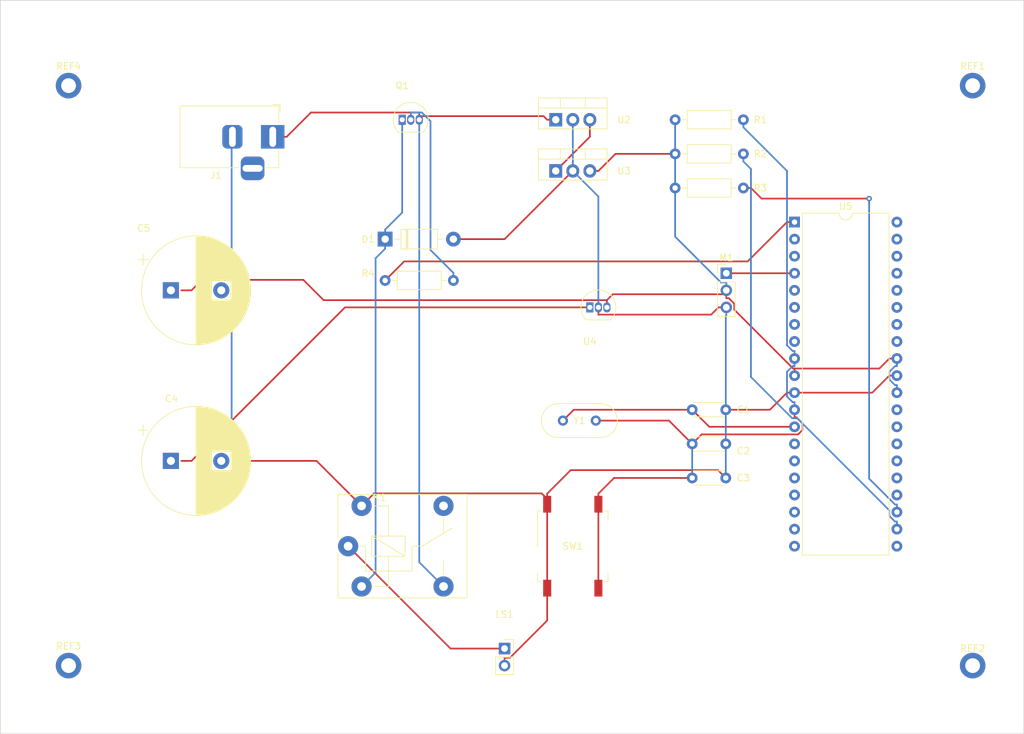
<source format=kicad_pcb>
(kicad_pcb (version 20211014) (generator pcbnew)
  (layers (0 "F.Cu" signal) (31 "B.Cu" signal) (34 "B.Paste" user) (35 "F.Paste" user) (36 "B.SilkS" user "B.Silkscreen") (37 "F.SilkS" user "F.Silkscreen") (38 "B.Mask" user) (39 "F.Mask" user) (44 "Edge.Cuts" user))
  (net 0 "")
  (net 1 "Net-(C1-Pad1)")
  (net 2 "/Atmega32/GND")
  (net 3 "Net-(C2-Pad1)")
  (net 4 "/Power Supply/3.3V")
  (net 5 "/Atmega32/5V")
  (net 6 "Net-(D1-Pad1)")
  (net 7 "/Power Supply/12V")
  (net 8 "Net-(LS1-Pad1)")
  (net 10 "/Atmega32/B3")
  (net 11 "Net-(Q1-Pad2)")
  (net 12 "/Atmega32/SCL")
  (net 13 "/Atmega32/SDA")
  (net 14 "/Atmega32/B0")
  (net 15 "Net-(U2-Pad3)")
  (net 16 "/Atmega32/CE")
  (net 17 "/Atmega32/IRQ")
  (net 18 "/Atmega32/CSN")
  (net 19 "/Atmega32/MOSI")
  (net 20 "/Atmega32/MISO")
  (net 21 "/Atmega32/SCK")
  (net 22 "/Atmega32/Rx")
  (net 23 "/Atmega32/Tx")
  (net 26 "/Atmega32/D4")
  (net 27 "/Atmega32/D5")
  (net 28 "/Atmega32/D6")
  (net 31 "/Atmega32/C3")
  (net 32 "/Atmega32/C4")
  (net 33 "/Atmega32/C5")
  (net 34 "/Atmega32/C6")
  (net 35 "/Atmega32/C7")
  (net 36 "/Atmega32/A7")
  (net 37 "/Atmega32/A6")
  (net 38 "/Atmega32/A5")
  (net 39 "/Atmega32/A4")
  (net 40 "/Atmega32/A3")
  (net 41 "/Atmega32/A2")
  (net 42 "/Atmega32/A1")
  (net 43 "/Atmega32/A0")
  (footprint "Package_TO_SOT_THT:TO-92_Inline" (layer "F.Cu") (at 138.58 86.36)
    (fp_text reference "U4" (at 0 5.08) (layer "F.SilkS"))
    (fp_text value "L78L33_TO92")
    (pad "1" thru_hole rect (at 0 0) (size 1.05 1.5) (drill 0.75) (layers *.Cu *.Mask) (net 4 "/Power Supply/3.3V"))
    (pad "2" thru_hole oval (at 1.27 0) (size 1.05 1.5) (drill 0.75) (layers *.Cu *.Mask) (net 2 "/Atmega32/GND"))
    (pad "3" thru_hole oval (at 2.54 0) (size 1.05 1.5) (drill 0.75) (layers *.Cu *.Mask) (net 5 "/Atmega32/5V"))
  )
  (footprint "MountingHole:MountingHole_2.2mm_M2_ISO14580_Pad" (layer "F.Cu") (at 195.58 53.34)
    (fp_text reference "REF1" (at 0 -2.9) (layer "F.SilkS"))
    (fp_text value "M1")
    (pad "1" thru_hole circle (at 0 0) (size 3.8 3.8) (drill 2.2) (layers *.Cu *.Mask))
  )
  (footprint "Capacitor_THT:CP_Radial_D16.0mm_P7.50mm" (layer "F.Cu") (at 76.2 83.82)
    (fp_text reference "C5" (at -4.07 -9.25) (layer "F.SilkS"))
    (fp_text value "470uF")
    (pad "1" thru_hole rect (at 0 0) (size 2.4 2.4) (drill 1.2) (layers *.Cu *.Mask) (net 5 "/Atmega32/5V"))
    (pad "2" thru_hole circle (at 7.5 0) (size 2.4 2.4) (drill 1.2) (layers *.Cu *.Mask) (net 2 "/Atmega32/GND"))
  )
  (footprint "MountingHole:MountingHole_2.2mm_M2_ISO14580_Pad" (layer "F.Cu") (at 195.58 139.7)
    (fp_text reference "REF2" (at 0 -2.54) (layer "F.SilkS"))
    (fp_text value "M2")
    (pad "1" thru_hole circle (at 0 0) (size 3.8 3.8) (drill 2.2) (layers *.Cu *.Mask))
  )
  (footprint "Capacitor_THT:C_Disc_D4.3mm_W1.9mm_P5.00mm" (layer "F.Cu") (at 153.82 111.76)
    (fp_text reference "C3" (at 7.62 0) (layer "F.SilkS"))
    (fp_text value "10uF")
    (pad "1" thru_hole circle (at 0 0) (size 1.6 1.6) (drill 0.8) (layers *.Cu *.Mask) (net 3 "Net-(C2-Pad1)"))
    (pad "2" thru_hole circle (at 5 0) (size 1.6 1.6) (drill 0.8) (layers *.Cu *.Mask) (net 2 "/Atmega32/GND"))
  )
  (footprint "Capacitor_THT:C_Disc_D4.3mm_W1.9mm_P5.00mm" (layer "F.Cu") (at 153.82 101.6)
    (fp_text reference "C1" (at 7.62 0) (layer "F.SilkS"))
    (fp_text value "22pF")
    (pad "1" thru_hole circle (at 0 0) (size 1.6 1.6) (drill 0.8) (layers *.Cu *.Mask) (net 1 "Net-(C1-Pad1)"))
    (pad "2" thru_hole circle (at 5 0) (size 1.6 1.6) (drill 0.8) (layers *.Cu *.Mask) (net 2 "/Atmega32/GND"))
  )
  (footprint "Relay_THT:Relay_SPDT_Finder_36.11" (layer "F.Cu") (at 102.59 121.92)
    (fp_text reference "K1" (at 4.663913 -7.234807) (layer "F.SilkS"))
    (fp_text value "Relay")
    (pad "11" thru_hole circle (at 0 0) (size 3 3) (drill 1.3) (layers *.Cu *.Mask) (net 8 "Net-(LS1-Pad1)"))
    (pad "12" thru_hole circle (at 14.2 -6) (size 3 3) (drill 1.3) (layers *.Cu *.Mask))
    (pad "14" thru_hole circle (at 14.2 6) (size 3 3) (drill 1.3) (layers *.Cu *.Mask) (net 7 "/Power Supply/12V"))
    (pad "A1" thru_hole circle (at 2 6) (size 3 3) (drill 1.3) (layers *.Cu *.Mask) (net 6 "Net-(D1-Pad1)"))
    (pad "A2" thru_hole circle (at 2 -6) (size 3 3) (drill 1.3) (layers *.Cu *.Mask) (net 2 "/Atmega32/GND"))
  )
  (footprint "Resistor_THT:R_Axial_DIN0207_L6.3mm_D2.5mm_P10.16mm_Horizontal" (layer "F.Cu") (at 151.28 58.42)
    (fp_text reference "R1" (at 12.7 0) (layer "F.SilkS"))
    (fp_text value "10k")
    (pad "1" thru_hole circle (at 0 0) (size 1.6 1.6) (drill 0.8) (layers *.Cu *.Mask) (net 5 "/Atmega32/5V"))
    (pad "2" thru_hole oval (at 10.16 0) (size 1.6 1.6) (drill 0.8) (layers *.Cu *.Mask) (net 3 "Net-(C2-Pad1)"))
  )
  (footprint "Connector_BarrelJack:BarrelJack_Horizontal" (layer "F.Cu") (at 91.36 60.96)
    (fp_text reference "J1" (at -8.45 5.75) (layer "F.SilkS"))
    (fp_text value "Barrel_Jack")
    (pad "1" thru_hole rect (at 0 0) (size 3.5 3.5) (drill oval 1 3) (layers *.Cu *.Mask) (net 7 "/Power Supply/12V"))
    (pad "2" thru_hole roundrect (at -6 0) (size 3 3.5) (drill oval 1 3) (layers *.Cu *.Mask) (net 2 "/Atmega32/GND"))
    (pad "3" thru_hole roundrect (at -3 4.7) (size 3.5 3.5) (drill oval 3 1) (layers *.Cu *.Mask))
  )
  (footprint "Crystal:Crystal_HC18-U_Vertical" (layer "F.Cu") (at 134.57 103.22)
    (fp_text reference "Y1" (at 2.45 0) (layer "F.SilkS"))
    (fp_text value "Crystal")
    (pad "1" thru_hole circle (at 0 0) (size 1.5 1.5) (drill 0.8) (layers *.Cu *.Mask) (net 1 "Net-(C1-Pad1)"))
    (pad "2" thru_hole circle (at 4.9 0) (size 1.5 1.5) (drill 0.8) (layers *.Cu *.Mask) (net 3 "Net-(C2-Pad1)"))
  )
  (footprint "Button_Switch_SMD:SW_MEC_5GSH9" (layer "F.Cu") (at 136.04 121.92)
    (fp_text reference "SW1" (at 0 0 180) (layer "F.SilkS"))
    (fp_text value "Reset Button")
    (pad "1" smd rect (at -3.81 -6.25 90) (size 2.5 1.2) (layers "F.Cu" "F.Paste" "F.Mask") (net 2 "/Atmega32/GND"))
    (pad "2" smd rect (at -3.81 6.25 90) (size 2.5 1.2) (layers "F.Cu" "F.Paste" "F.Mask") (net 2 "/Atmega32/GND"))
    (pad "3" smd rect (at 3.81 -6.25 90) (size 2.5 1.2) (layers "F.Cu" "F.Paste" "F.Mask") (net 3 "Net-(C2-Pad1)"))
    (pad "4" smd rect (at 3.81 6.25 90) (size 2.5 1.2) (layers "F.Cu" "F.Paste" "F.Mask") (net 3 "Net-(C2-Pad1)"))
  )
  (footprint "Resistor_THT:R_Axial_DIN0207_L6.3mm_D2.5mm_P10.16mm_Horizontal" (layer "F.Cu") (at 151.28 63.5)
    (fp_text reference "R2" (at 12.7 0) (layer "F.SilkS"))
    (fp_text value "4.7k")
    (pad "1" thru_hole circle (at 0 0) (size 1.6 1.6) (drill 0.8) (layers *.Cu *.Mask) (net 5 "/Atmega32/5V"))
    (pad "2" thru_hole oval (at 10.16 0) (size 1.6 1.6) (drill 0.8) (layers *.Cu *.Mask) (net 12 "/Atmega32/SCL"))
  )
  (footprint "Package_TO_SOT_THT:TO-220-3_Vertical" (layer "F.Cu") (at 133.5 58.42)
    (fp_text reference "U2" (at 10.16 0) (layer "F.SilkS"))
    (fp_text value "L7809")
    (pad "1" thru_hole rect (at 0 0) (size 1.905 2) (drill 1.1) (layers *.Cu *.Mask) (net 7 "/Power Supply/12V"))
    (pad "2" thru_hole oval (at 2.54 0) (size 1.905 2) (drill 1.1) (layers *.Cu *.Mask) (net 2 "/Atmega32/GND"))
    (pad "3" thru_hole oval (at 5.08 0) (size 1.905 2) (drill 1.1) (layers *.Cu *.Mask) (net 15 "Net-(U2-Pad3)"))
  )
  (footprint "MountingHole:MountingHole_2.2mm_M2_ISO14580_Pad" (layer "F.Cu") (at 60.96 139.7)
    (fp_text reference "REF3" (at 0 -2.9) (layer "F.SilkS"))
    (fp_text value "M3")
    (pad "1" thru_hole circle (at 0 0) (size 3.8 3.8) (drill 2.2) (layers *.Cu *.Mask))
  )
  (footprint "Capacitor_THT:C_Disc_D4.3mm_W1.9mm_P5.00mm" (layer "F.Cu") (at 153.82 106.68)
    (fp_text reference "C2" (at 7.62 1.07) (layer "F.SilkS"))
    (fp_text value "22pF")
    (pad "1" thru_hole circle (at 0 0) (size 1.6 1.6) (drill 0.8) (layers *.Cu *.Mask) (net 3 "Net-(C2-Pad1)"))
    (pad "2" thru_hole circle (at 5 0) (size 1.6 1.6) (drill 0.8) (layers *.Cu *.Mask) (net 2 "/Atmega32/GND"))
  )
  (footprint "Resistor_THT:R_Axial_DIN0207_L6.3mm_D2.5mm_P10.16mm_Horizontal" (layer "F.Cu") (at 108.1 82.35)
    (fp_text reference "R4" (at -2.54 -1.07) (layer "F.SilkS"))
    (fp_text value "100k")
    (pad "1" thru_hole circle (at 0 0) (size 1.6 1.6) (drill 0.8) (layers *.Cu *.Mask) (net 14 "/Atmega32/B0"))
    (pad "2" thru_hole oval (at 10.16 0) (size 1.6 1.6) (drill 0.8) (layers *.Cu *.Mask) (net 11 "Net-(Q1-Pad2)"))
  )
  (footprint "Capacitor_THT:CP_Radial_D16.0mm_P7.50mm" (layer "F.Cu") (at 76.2 109.22)
    (fp_text reference "C4" (at 0.09 -9.25) (layer "F.SilkS"))
    (fp_text value "470uF")
    (pad "1" thru_hole rect (at 0 0) (size 2.4 2.4) (drill 1.2) (layers *.Cu *.Mask) (net 4 "/Power Supply/3.3V"))
    (pad "2" thru_hole circle (at 7.5 0) (size 2.4 2.4) (drill 1.2) (layers *.Cu *.Mask) (net 2 "/Atmega32/GND"))
  )
  (footprint "Resistor_THT:R_Axial_DIN0207_L6.3mm_D2.5mm_P10.16mm_Horizontal" (layer "F.Cu") (at 151.28 68.58)
    (fp_text reference "R3" (at 12.7 0) (layer "F.SilkS"))
    (fp_text value "4.7k")
    (pad "1" thru_hole circle (at 0 0) (size 1.6 1.6) (drill 0.8) (layers *.Cu *.Mask) (net 5 "/Atmega32/5V"))
    (pad "2" thru_hole oval (at 10.16 0) (size 1.6 1.6) (drill 0.8) (layers *.Cu *.Mask) (net 13 "/Atmega32/SDA"))
  )
  (footprint "MountingHole:MountingHole_2.2mm_M2_ISO14580_Pad" (layer "F.Cu") (at 60.96 53.34)
    (fp_text reference "REF4" (at 0 -2.9) (layer "F.SilkS"))
    (fp_text value "M4")
    (pad "1" thru_hole circle (at 0 0) (size 3.8 3.8) (drill 2.2) (layers *.Cu *.Mask))
  )
  (footprint "Diode_THT:D_DO-41_SOD81_P10.16mm_Horizontal" (layer "F.Cu") (at 108.1 76.2)
    (fp_text reference "D1" (at -2.54 0) (layer "F.SilkS"))
    (fp_text value "1N4007")
    (pad "1" thru_hole rect (at 0 0) (size 2.2 2.2) (drill 1.1) (layers *.Cu *.Mask) (net 6 "Net-(D1-Pad1)"))
    (pad "2" thru_hole oval (at 10.16 0) (size 2.2 2.2) (drill 1.1) (layers *.Cu *.Mask) (net 2 "/Atmega32/GND"))
  )
  (footprint "Package_TO_SOT_THT:TO-220-3_Vertical" (layer "F.Cu") (at 133.5 66.04)
    (fp_text reference "U3" (at 10.16 0) (layer "F.SilkS"))
    (fp_text value "L7805")
    (pad "1" thru_hole rect (at 0 0) (size 1.905 2) (drill 1.1) (layers *.Cu *.Mask) (net 15 "Net-(U2-Pad3)"))
    (pad "2" thru_hole oval (at 2.54 0) (size 1.905 2) (drill 1.1) (layers *.Cu *.Mask) (net 2 "/Atmega32/GND"))
    (pad "3" thru_hole oval (at 5.08 0) (size 1.905 2) (drill 1.1) (layers *.Cu *.Mask) (net 5 "/Atmega32/5V"))
  )
  (footprint "Package_TO_SOT_THT:TO-92_Inline" (layer "F.Cu") (at 110.64 58.42)
    (fp_text reference "Q1" (at 0 -5.08) (layer "F.SilkS"))
    (fp_text value "PN2222A")
    (pad "1" thru_hole rect (at 0 0) (size 1.05 1.5) (drill 0.75) (layers *.Cu *.Mask) (net 6 "Net-(D1-Pad1)"))
    (pad "2" thru_hole oval (at 1.27 0) (size 1.05 1.5) (drill 0.75) (layers *.Cu *.Mask) (net 11 "Net-(Q1-Pad2)"))
    (pad "3" thru_hole oval (at 2.54 0) (size 1.05 1.5) (drill 0.75) (layers *.Cu *.Mask) (net 7 "/Power Supply/12V"))
  )
  (footprint "Connector_PinHeader_2.54mm:PinHeader_1x03_P2.54mm_Vertical" (layer "F.Cu") (at 158.9 81.28)
    (fp_text reference "M1" (at 0 -2.33) (layer "F.SilkS"))
    (fp_text value "Motor_Servo")
    (pad "1" thru_hole rect (at 0 0) (size 1.7 1.7) (drill 1) (layers *.Cu *.Mask) (net 10 "/Atmega32/B3"))
    (pad "2" thru_hole oval (at 0 2.54) (size 1.7 1.7) (drill 1) (layers *.Cu *.Mask) (net 5 "/Atmega32/5V"))
    (pad "3" thru_hole oval (at 0 5.08) (size 1.7 1.7) (drill 1) (layers *.Cu *.Mask) (net 2 "/Atmega32/GND"))
  )
  (footprint "Package_DIP:DIP-40_W15.24mm" (layer "F.Cu") (at 169.06 73.66)
    (fp_text reference "U5" (at 7.62 -2.33) (layer "F.SilkS"))
    (fp_text value "ATmega32-16P")
    (pad "1" thru_hole rect (at 0 0) (size 1.6 1.6) (drill 0.8) (layers *.Cu *.Mask) (net 14 "/Atmega32/B0"))
    (pad "2" thru_hole oval (at 0 2.54) (size 1.6 1.6) (drill 0.8) (layers *.Cu *.Mask) (net 16 "/Atmega32/CE"))
    (pad "3" thru_hole oval (at 0 5.08) (size 1.6 1.6) (drill 0.8) (layers *.Cu *.Mask) (net 17 "/Atmega32/IRQ"))
    (pad "4" thru_hole oval (at 0 7.62) (size 1.6 1.6) (drill 0.8) (layers *.Cu *.Mask) (net 10 "/Atmega32/B3"))
    (pad "5" thru_hole oval (at 0 10.16) (size 1.6 1.6) (drill 0.8) (layers *.Cu *.Mask) (net 18 "/Atmega32/CSN"))
    (pad "6" thru_hole oval (at 0 12.7) (size 1.6 1.6) (drill 0.8) (layers *.Cu *.Mask) (net 19 "/Atmega32/MOSI"))
    (pad "7" thru_hole oval (at 0 15.24) (size 1.6 1.6) (drill 0.8) (layers *.Cu *.Mask) (net 20 "/Atmega32/MISO"))
    (pad "8" thru_hole oval (at 0 17.78) (size 1.6 1.6) (drill 0.8) (layers *.Cu *.Mask) (net 21 "/Atmega32/SCK"))
    (pad "9" thru_hole oval (at 0 20.32) (size 1.6 1.6) (drill 0.8) (layers *.Cu *.Mask) (net 3 "Net-(C2-Pad1)"))
    (pad "10" thru_hole oval (at 0 22.86) (size 1.6 1.6) (drill 0.8) (layers *.Cu *.Mask) (net 5 "/Atmega32/5V"))
    (pad "11" thru_hole oval (at 0 25.4) (size 1.6 1.6) (drill 0.8) (layers *.Cu *.Mask) (net 2 "/Atmega32/GND"))
    (pad "12" thru_hole oval (at 0 27.94) (size 1.6 1.6) (drill 0.8) (layers *.Cu *.Mask) (net 3 "Net-(C2-Pad1)"))
    (pad "13" thru_hole oval (at 0 30.48) (size 1.6 1.6) (drill 0.8) (layers *.Cu *.Mask) (net 1 "Net-(C1-Pad1)"))
    (pad "14" thru_hole oval (at 0 33.02) (size 1.6 1.6) (drill 0.8) (layers *.Cu *.Mask) (net 22 "/Atmega32/Rx"))
    (pad "15" thru_hole oval (at 0 35.56) (size 1.6 1.6) (drill 0.8) (layers *.Cu *.Mask) (net 23 "/Atmega32/Tx"))
    (pad "16" thru_hole oval (at 0 38.1) (size 1.6 1.6) (drill 0.8) (layers *.Cu *.Mask))
    (pad "17" thru_hole oval (at 0 40.64) (size 1.6 1.6) (drill 0.8) (layers *.Cu *.Mask))
    (pad "18" thru_hole oval (at 0 43.18) (size 1.6 1.6) (drill 0.8) (layers *.Cu *.Mask) (net 26 "/Atmega32/D4"))
    (pad "19" thru_hole oval (at 0 45.72) (size 1.6 1.6) (drill 0.8) (layers *.Cu *.Mask) (net 27 "/Atmega32/D5"))
    (pad "20" thru_hole oval (at 0 48.26) (size 1.6 1.6) (drill 0.8) (layers *.Cu *.Mask) (net 28 "/Atmega32/D6"))
    (pad "21" thru_hole oval (at 15.24 48.26) (size 1.6 1.6) (drill 0.8) (layers *.Cu *.Mask))
    (pad "22" thru_hole oval (at 15.24 45.72) (size 1.6 1.6) (drill 0.8) (layers *.Cu *.Mask) (net 12 "/Atmega32/SCL"))
    (pad "23" thru_hole oval (at 15.24 43.18) (size 1.6 1.6) (drill 0.8) (layers *.Cu *.Mask) (net 13 "/Atmega32/SDA"))
    (pad "24" thru_hole oval (at 15.24 40.64) (size 1.6 1.6) (drill 0.8) (layers *.Cu *.Mask))
    (pad "25" thru_hole oval (at 15.24 38.1) (size 1.6 1.6) (drill 0.8) (layers *.Cu *.Mask) (net 31 "/Atmega32/C3"))
    (pad "26" thru_hole oval (at 15.24 35.56) (size 1.6 1.6) (drill 0.8) (layers *.Cu *.Mask) (net 32 "/Atmega32/C4"))
    (pad "27" thru_hole oval (at 15.24 33.02) (size 1.6 1.6) (drill 0.8) (layers *.Cu *.Mask) (net 33 "/Atmega32/C5"))
    (pad "28" thru_hole oval (at 15.24 30.48) (size 1.6 1.6) (drill 0.8) (layers *.Cu *.Mask) (net 34 "/Atmega32/C6"))
    (pad "29" thru_hole oval (at 15.24 27.94) (size 1.6 1.6) (drill 0.8) (layers *.Cu *.Mask) (net 35 "/Atmega32/C7"))
    (pad "30" thru_hole oval (at 15.24 25.4) (size 1.6 1.6) (drill 0.8) (layers *.Cu *.Mask) (net 5 "/Atmega32/5V"))
    (pad "31" thru_hole oval (at 15.24 22.86) (size 1.6 1.6) (drill 0.8) (layers *.Cu *.Mask) (net 2 "/Atmega32/GND"))
    (pad "32" thru_hole oval (at 15.24 20.32) (size 1.6 1.6) (drill 0.8) (layers *.Cu *.Mask) (net 5 "/Atmega32/5V"))
    (pad "33" thru_hole oval (at 15.24 17.78) (size 1.6 1.6) (drill 0.8) (layers *.Cu *.Mask) (net 36 "/Atmega32/A7"))
    (pad "34" thru_hole oval (at 15.24 15.24) (size 1.6 1.6) (drill 0.8) (layers *.Cu *.Mask) (net 37 "/Atmega32/A6"))
    (pad "35" thru_hole oval (at 15.24 12.7) (size 1.6 1.6) (drill 0.8) (layers *.Cu *.Mask) (net 38 "/Atmega32/A5"))
    (pad "36" thru_hole oval (at 15.24 10.16) (size 1.6 1.6) (drill 0.8) (layers *.Cu *.Mask) (net 39 "/Atmega32/A4"))
    (pad "37" thru_hole oval (at 15.24 7.62) (size 1.6 1.6) (drill 0.8) (layers *.Cu *.Mask) (net 40 "/Atmega32/A3"))
    (pad "38" thru_hole oval (at 15.24 5.08) (size 1.6 1.6) (drill 0.8) (layers *.Cu *.Mask) (net 41 "/Atmega32/A2"))
    (pad "39" thru_hole oval (at 15.24 2.54) (size 1.6 1.6) (drill 0.8) (layers *.Cu *.Mask) (net 42 "/Atmega32/A1"))
    (pad "40" thru_hole oval (at 15.24 0) (size 1.6 1.6) (drill 0.8) (layers *.Cu *.Mask) (net 43 "/Atmega32/A0"))
  )
  (footprint "Connector_PinSocket_2.54mm:PinSocket_1x02_P2.54mm_Vertical" (layer "F.Cu") (at 125.88 137.16)
    (fp_text reference "LS1" (at 0 -5.08) (layer "F.SilkS"))
    (fp_text value "Speaker")
    (pad "1" thru_hole rect (at 0 0) (size 1.7 1.7) (drill 1) (layers *.Cu *.Mask) (net 8 "Net-(LS1-Pad1)"))
    (pad "2" thru_hole oval (at 0 2.54) (size 1.7 1.7) (drill 1) (layers *.Cu *.Mask) (net 2 "/Atmega32/GND"))
  )
  (gr_line (start 203.2 149.86) (end 50.8 149.86) (layer "Edge.Cuts") (width 0.1))
  (gr_line (start 50.8 149.86) (end 50.8 40.64) (layer "Edge.Cuts") (width 0.1))
  (gr_line (start 203.2 40.64) (end 203.2 149.86) (layer "Edge.Cuts") (width 0.1))
  (gr_line (start 50.8 40.64) (end 203.2 40.64) (layer "Edge.Cuts") (width 0.1))
  (segment (start 169.06 104.14) (end 156.36 104.14) (width 0.25) (layer "F.Cu") (net 1))
  (segment (start 136.19 101.6) (end 134.57 103.22) (width 0.25) (layer "F.Cu") (net 1))
  (segment (start 156.36 104.14) (end 153.82 101.6) (width 0.25) (layer "F.Cu") (net 1))
  (segment (start 153.82 101.6) (end 136.19 101.6) (width 0.25) (layer "F.Cu") (net 1))
  (segment (start 132.23 128.17) (end 132.23 115.67) (width 0.25) (layer "F.Cu") (net 2))
  (segment (start 158.82 111.76) (end 157.6545 110.5945) (width 0.25) (layer "F.Cu") (net 2))
  (segment (start 158.9 86.36) (end 157.7247 86.36) (width 0.25) (layer "F.Cu") (net 2))
  (segment (start 169.06 99.06) (end 167.9347 99.06) (width 0.25) (layer "F.Cu") (net 2))
  (segment (start 158.82 101.6) (end 165.3947 101.6) (width 0.25) (layer "F.Cu") (net 2))
  (segment (start 157.6545 110.5945) (end 135.7302 110.5945) (width 0.25) (layer "F.Cu") (net 2))
  (segment (start 135.7302 110.5945) (end 132.23 114.0947) (width 0.25) (layer "F.Cu") (net 2))
  (segment (start 184.3 96.52) (end 183.1747 96.52) (width 0.25) (layer "F.Cu") (net 2))
  (segment (start 132.23 115.67) (end 132.23 114.8823) (width 0.25) (layer "F.Cu") (net 2))
  (segment (start 132.23 114.8823) (end 132.23 114.0947) (width 0.25) (layer "F.Cu") (net 2))
  (segment (start 125.88 138.5247) (end 126.688 138.5247) (width 0.25) (layer "F.Cu") (net 2))
  (segment (start 106.4489 114.0611) (end 104.59 115.92) (width 0.25) (layer "F.Cu") (net 2))
  (segment (start 125.88 76.2) (end 136.04 66.04) (width 0.25) (layer "F.Cu") (net 2))
  (segment (start 132.23 114.8823) (end 131.4088 114.0611) (width 0.25) (layer "F.Cu") (net 2))
  (segment (start 139.85 86.36) (end 139.85 87.4353) (width 0.25) (layer "F.Cu") (net 2))
  (segment (start 183.1747 96.52) (end 180.6347 99.06) (width 0.25) (layer "F.Cu") (net 2))
  (segment (start 126.688 138.5247) (end 132.23 132.9827) (width 0.25) (layer "F.Cu") (net 2))
  (segment (start 156.6494 87.4353) (end 157.7247 86.36) (width 0.25) (layer "F.Cu") (net 2))
  (segment (start 125.88 139.7) (end 125.88 138.5247) (width 0.25) (layer "F.Cu") (net 2))
  (segment (start 180.6347 99.06) (end 169.06 99.06) (width 0.25) (layer "F.Cu") (net 2))
  (segment (start 139.85 87.4353) (end 156.6494 87.4353) (width 0.25) (layer "F.Cu") (net 2))
  (segment (start 97.89 109.22) (end 104.59 115.92) (width 0.25) (layer "F.Cu") (net 2))
  (segment (start 131.4088 114.0611) (end 106.4489 114.0611) (width 0.25) (layer "F.Cu") (net 2))
  (segment (start 132.23 132.9827) (end 132.23 128.17) (width 0.25) (layer "F.Cu") (net 2))
  (segment (start 165.3947 101.6) (end 167.9347 99.06) (width 0.25) (layer "F.Cu") (net 2))
  (segment (start 85.24 109.22) (end 97.89 109.22) (width 0.25) (layer "F.Cu") (net 2))
  (segment (start 118.26 76.2) (end 125.88 76.2) (width 0.25) (layer "F.Cu") (net 2))
  (segment (start 85.24 83.82) (end 85.24 109.22) (width 0.25) (layer "B.Cu") (net 2))
  (segment (start 139.85 86.36) (end 139.85 69.85) (width 0.25) (layer "B.Cu") (net 2))
  (segment (start 158.82 101.6) (end 158.82 106.68) (width 0.25) (layer "B.Cu") (net 2))
  (segment (start 158.9 86.36) (end 158.9 87.5353) (width 0.25) (layer "B.Cu") (net 2))
  (segment (start 158.82 106.68) (end 158.82 111.76) (width 0.25) (layer "B.Cu") (net 2))
  (segment (start 136.04 58.42) (end 136.04 59.7453) (width 0.25) (layer "B.Cu") (net 2))
  (segment (start 139.85 69.85) (end 136.04 66.04) (width 0.25) (layer "B.Cu") (net 2))
  (segment (start 85.24 61.08) (end 85.24 83.82) (width 0.25) (layer "B.Cu") (net 2))
  (segment (start 158.82 87.6153) (end 158.82 101.6) (width 0.25) (layer "B.Cu") (net 2))
  (segment (start 158.9 87.5353) (end 158.82 87.6153) (width 0.25) (layer "B.Cu") (net 2))
  (segment (start 85.36 60.96) (end 85.24 61.08) (width 0.25) (layer "B.Cu") (net 2))
  (segment (start 136.04 66.04) (end 136.04 59.7453) (width 0.25) (layer "B.Cu") (net 2))
  (segment (start 169.06 102.7253) (end 169.3413 102.7253) (width 0.25) (layer "F.Cu") (net 3))
  (segment (start 169.3413 102.7253) (end 170.23 103.614) (width 0.25) (layer "F.Cu") (net 3))
  (segment (start 139.85 128.17) (end 139.85 115.67) (width 0.25) (layer "F.Cu") (net 3))
  (segment (start 142.1847 111.76) (end 153.82 111.76) (width 0.25) (layer "F.Cu") (net 3))
  (segment (start 150.36 103.22) (end 153.82 106.68) (width 0.25) (layer "F.Cu") (net 3))
  (segment (start 139.85 115.67) (end 139.85 114.0947) (width 0.25) (layer "F.Cu") (net 3))
  (segment (start 139.47 103.22) (end 150.36 103.22) (width 0.25) (layer "F.Cu") (net 3))
  (segment (start 170.23 104.6304) (end 169.5865 105.2739) (width 0.25) (layer "F.Cu") (net 3))
  (segment (start 139.85 114.0947) (end 142.1847 111.76) (width 0.25) (layer "F.Cu") (net 3))
  (segment (start 155.2261 105.2739) (end 153.82 106.68) (width 0.25) (layer "F.Cu") (net 3))
  (segment (start 170.23 103.614) (end 170.23 104.6304) (width 0.25) (layer "F.Cu") (net 3))
  (segment (start 169.5865 105.2739) (end 155.2261 105.2739) (width 0.25) (layer "F.Cu") (net 3))
  (segment (start 169.06 101.6) (end 169.06 102.7253) (width 0.25) (layer "F.Cu") (net 3))
  (segment (start 168.7787 100.4747) (end 167.9347 99.6307) (width 0.25) (layer "B.Cu") (net 3))
  (segment (start 169.06 101.6) (end 169.06 100.4747) (width 0.25) (layer "B.Cu") (net 3))
  (segment (start 161.44 58.42) (end 161.44 59.5453) (width 0.25) (layer "B.Cu") (net 3))
  (segment (start 168.7786 95.1053) (end 169.06 95.1053) (width 0.25) (layer "B.Cu") (net 3))
  (segment (start 167.9347 92.0108) (end 168.7786 92.8547) (width 0.25) (layer "B.Cu") (net 3))
  (segment (start 167.9347 95.9492) (end 168.7786 95.1053) (width 0.25) (layer "B.Cu") (net 3))
  (segment (start 161.44 59.5453) (end 167.9347 66.04) (width 0.25) (layer "B.Cu") (net 3))
  (segment (start 169.06 100.4747) (end 168.7787 100.4747) (width 0.25) (layer "B.Cu") (net 3))
  (segment (start 153.82 106.68) (end 153.82 111.76) (width 0.25) (layer "B.Cu") (net 3))
  (segment (start 167.9347 99.6307) (end 167.9347 95.9492) (width 0.25) (layer "B.Cu") (net 3))
  (segment (start 169.06 93.98) (end 169.06 92.8547) (width 0.25) (layer "B.Cu") (net 3))
  (segment (start 167.9347 66.04) (end 167.9347 92.0108) (width 0.25) (layer "B.Cu") (net 3))
  (segment (start 168.7786 92.8547) (end 169.06 92.8547) (width 0.25) (layer "B.Cu") (net 3))
  (segment (start 169.06 93.98) (end 169.06 95.1053) (width 0.25) (layer "B.Cu") (net 3))
  (segment (start 102.1253 86.36) (end 138.58 86.36) (width 0.25) (layer "F.Cu") (net 4))
  (segment (start 77.74 109.22) (end 79.2653 109.22) (width 0.25) (layer "F.Cu") (net 4))
  (segment (start 79.2653 109.22) (end 102.1253 86.36) (width 0.25) (layer "F.Cu") (net 4))
  (segment (start 160.0753 85.8032) (end 160.0753 86.6914) (width 0.25) (layer "F.Cu") (net 5))
  (segment (start 80.8235 82.2618) (end 95.9161 82.2618) (width 0.25) (layer "F.Cu") (net 5))
  (segment (start 158.9 84.9953) (end 159.2674 84.9953) (width 0.25) (layer "F.Cu") (net 5))
  (segment (start 181.6892 95.4655) (end 183.1747 93.98) (width 0.25) (layer "F.Cu") (net 5))
  (segment (start 141.12 86.36) (end 141.12 85.2847) (width 0.25) (layer "F.Cu") (net 5))
  (segment (start 79.2653 83.82) (end 80.8235 82.2618) (width 0.25) (layer "F.Cu") (net 5))
  (segment (start 98.939 85.2847) (end 141.12 85.2847) (width 0.25) (layer "F.Cu") (net 5))
  (segment (start 138.58 66.04) (end 139.8578 66.04) (width 0.25) (layer "F.Cu") (net 5))
  (segment (start 151.28 63.5) (end 142.3978 63.5) (width 0.25) (layer "F.Cu") (net 5))
  (segment (start 141.9971 84.4076) (end 141.12 85.2847) (width 0.25) (layer "F.Cu") (net 5))
  (segment (start 160.0753 86.6914) (end 168.8494 95.4655) (width 0.25) (layer "F.Cu") (net 5))
  (segment (start 158.9 84.4076) (end 141.9971 84.4076) (width 0.25) (layer "F.Cu") (net 5))
  (segment (start 169.06 95.4655) (end 181.6892 95.4655) (width 0.25) (layer "F.Cu") (net 5))
  (segment (start 169.06 96.52) (end 169.06 95.4655) (width 0.25) (layer "F.Cu") (net 5))
  (segment (start 184.3 93.98) (end 183.1747 93.98) (width 0.25) (layer "F.Cu") (net 5))
  (segment (start 95.9161 82.2618) (end 98.939 85.2847) (width 0.25) (layer "F.Cu") (net 5))
  (segment (start 77.74 83.82) (end 79.2653 83.82) (width 0.25) (layer "F.Cu") (net 5))
  (segment (start 142.3978 63.5) (end 139.8578 66.04) (width 0.25) (layer "F.Cu") (net 5))
  (segment (start 159.2674 84.9953) (end 160.0753 85.8032) (width 0.25) (layer "F.Cu") (net 5))
  (segment (start 158.9 83.82) (end 158.9 84.4076) (width 0.25) (layer "F.Cu") (net 5))
  (segment (start 168.8494 95.4655) (end 169.06 95.4655) (width 0.25) (layer "F.Cu") (net 5))
  (segment (start 158.9 84.4076) (end 158.9 84.9953) (width 0.25) (layer "F.Cu") (net 5))
  (segment (start 184.3 93.98) (end 184.3 95.1053) (width 0.25) (layer "B.Cu") (net 5))
  (segment (start 183.1747 97.0908) (end 184.0186 97.9347) (width 0.25) (layer "B.Cu") (net 5))
  (segment (start 184.0187 95.1053) (end 183.1747 95.9493) (width 0.25) (layer "B.Cu") (net 5))
  (segment (start 184.3 99.06) (end 184.3 97.9347) (width 0.25) (layer "B.Cu") (net 5))
  (segment (start 151.28 75.8327) (end 158.092 82.6447) (width 0.25) (layer "B.Cu") (net 5))
  (segment (start 151.28 68.58) (end 151.28 75.8327) (width 0.25) (layer "B.Cu") (net 5))
  (segment (start 158.9 83.82) (end 158.9 82.6447) (width 0.25) (layer "B.Cu") (net 5))
  (segment (start 151.28 58.42) (end 151.28 63.5) (width 0.25) (layer "B.Cu") (net 5))
  (segment (start 183.1747 95.9493) (end 183.1747 97.0908) (width 0.25) (layer "B.Cu") (net 5))
  (segment (start 158.092 82.6447) (end 158.9 82.6447) (width 0.25) (layer "B.Cu") (net 5))
  (segment (start 184.0186 97.9347) (end 184.3 97.9347) (width 0.25) (layer "B.Cu") (net 5))
  (segment (start 151.28 63.5) (end 151.28 68.58) (width 0.25) (layer "B.Cu") (net 5))
  (segment (start 184.3 95.1053) (end 184.0187 95.1053) (width 0.25) (layer "B.Cu") (net 5))
  (segment (start 106.6747 125.8353) (end 106.6747 79.0506) (width 0.25) (layer "B.Cu") (net 6))
  (segment (start 110.64 72.2347) (end 110.64 58.42) (width 0.25) (layer "B.Cu") (net 6))
  (segment (start 108.1 76.2) (end 108.1 74.7747) (width 0.25) (layer "B.Cu") (net 6))
  (segment (start 106.6747 79.0506) (end 108.1 77.6253) (width 0.25) (layer "B.Cu") (net 6))
  (segment (start 108.1 74.7747) (end 110.64 72.2347) (width 0.25) (layer "B.Cu") (net 6))
  (segment (start 104.59 127.92) (end 106.6747 125.8353) (width 0.25) (layer "B.Cu") (net 6))
  (segment (start 108.1 76.2) (end 108.1 77.6253) (width 0.25) (layer "B.Cu") (net 6))
  (segment (start 91.36 60.96) (end 93.4353 60.96) (width 0.25) (layer "F.Cu") (net 7))
  (segment (start 113.18 58.42) (end 113.18 57.8823) (width 0.25) (layer "F.Cu") (net 7))
  (segment (start 113.18 57.8823) (end 131.6845 57.8823) (width 0.25) (layer "F.Cu") (net 7))
  (segment (start 93.4353 60.96) (end 97.0506 57.3447) (width 0.25) (layer "F.Cu") (net 7))
  (segment (start 97.0506 57.3447) (end 113.18 57.3447) (width 0.25) (layer "F.Cu") (net 7))
  (segment (start 133.5 58.42) (end 132.2222 58.42) (width 0.25) (layer "F.Cu") (net 7))
  (segment (start 131.6845 57.8823) (end 132.2222 58.42) (width 0.25) (layer "F.Cu") (net 7))
  (segment (start 113.18 57.8823) (end 113.18 57.3447) (width 0.25) (layer "F.Cu") (net 7))
  (segment (start 113.18 124.31) (end 113.18 58.42) (width 0.25) (layer "B.Cu") (net 7))
  (segment (start 116.79 127.92) (end 113.18 124.31) (width 0.25) (layer "B.Cu") (net 7))
  (segment (start 102.59 121.92) (end 117.83 137.16) (width 0.25) (layer "F.Cu") (net 8))
  (segment (start 117.83 137.16) (end 125.88 137.16) (width 0.25) (layer "F.Cu") (net 8))
  (segment (start 158.9 81.28) (end 169.06 81.28) (width 0.25) (layer "F.Cu") (net 10))
  (segment (start 118.26 81.2247) (end 114.8524 77.8171) (width 0.25) (layer "B.Cu") (net 11))
  (segment (start 118.26 82.35) (end 118.26 81.2247) (width 0.25) (layer "B.Cu") (net 11))
  (segment (start 114.8524 77.8171) (end 114.8524 58.6298) (width 0.25) (layer "B.Cu") (net 11))
  (segment (start 114.8524 58.6298) (end 113.5673 57.3447) (width 0.25) (layer "B.Cu") (net 11))
  (segment (start 111.91 58.42) (end 111.91 57.3447) (width 0.25) (layer "B.Cu") (net 11))
  (segment (start 113.5673 57.3447) (end 111.91 57.3447) (width 0.25) (layer "B.Cu") (net 11))
  (segment (start 169.4619 102.87) (end 183.1747 116.5828) (width 0.25) (layer "B.Cu") (net 12))
  (segment (start 184.0186 118.2547) (end 184.3 118.2547) (width 0.25) (layer "B.Cu") (net 12))
  (segment (start 161.44 63.5) (end 161.44 64.6253) (width 0.25) (layer "B.Cu") (net 12))
  (segment (start 168.71 102.87) (end 169.4619 102.87) (width 0.25) (layer "B.Cu") (net 12))
  (segment (start 183.1747 117.4108) (end 184.0186 118.2547) (width 0.25) (layer "B.Cu") (net 12))
  (segment (start 162.5653 65.7506) (end 162.5653 96.7253) (width 0.25) (layer "B.Cu") (net 12))
  (segment (start 183.1747 116.5828) (end 183.1747 117.4108) (width 0.25) (layer "B.Cu") (net 12))
  (segment (start 162.5653 96.7253) (end 168.71 102.87) (width 0.25) (layer "B.Cu") (net 12))
  (segment (start 161.44 64.6253) (end 162.5653 65.7506) (width 0.25) (layer "B.Cu") (net 12))
  (segment (start 184.3 119.38) (end 184.3 118.2547) (width 0.25) (layer "B.Cu") (net 12))
  (segment (start 161.44 68.58) (end 162.5653 68.58) (width 0.25) (layer "F.Cu") (net 13))
  (segment (start 162.5653 68.58) (end 164.143 70.1577) (width 0.25) (layer "F.Cu") (net 13))
  (segment (start 164.143 70.1577) (end 180.1655 70.1577) (width 0.25) (layer "F.Cu") (net 13))
  (via (at 180.1655 70.1577) (size 0.8) (drill 0.4) (layers "F.Cu" "B.Cu") (net 13))
  (segment (start 184.0187 115.7147) (end 180.1655 111.8615) (width 0.25) (layer "B.Cu") (net 13))
  (segment (start 184.3 115.7147) (end 184.0187 115.7147) (width 0.25) (layer "B.Cu") (net 13))
  (segment (start 180.1655 111.8615) (end 180.1655 70.1577) (width 0.25) (layer "B.Cu") (net 13))
  (segment (start 184.3 116.84) (end 184.3 115.7147) (width 0.25) (layer "B.Cu") (net 13))
  (segment (start 162.079 79.5157) (end 167.9347 73.66) (width 0.25) (layer "F.Cu") (net 14))
  (segment (start 110.9343 79.5157) (end 162.079 79.5157) (width 0.25) (layer "F.Cu") (net 14))
  (segment (start 108.1 82.35) (end 110.9343 79.5157) (width 0.25) (layer "F.Cu") (net 14))
  (segment (start 169.06 73.66) (end 167.9347 73.66) (width 0.25) (layer "F.Cu") (net 14))
  (segment (start 138.58 58.42) (end 138.58 60.96) (width 0.25) (layer "F.Cu") (net 15))
  (segment (start 138.58 60.96) (end 133.5 66.04) (width 0.25) (layer "F.Cu") (net 15))
)
</source>
